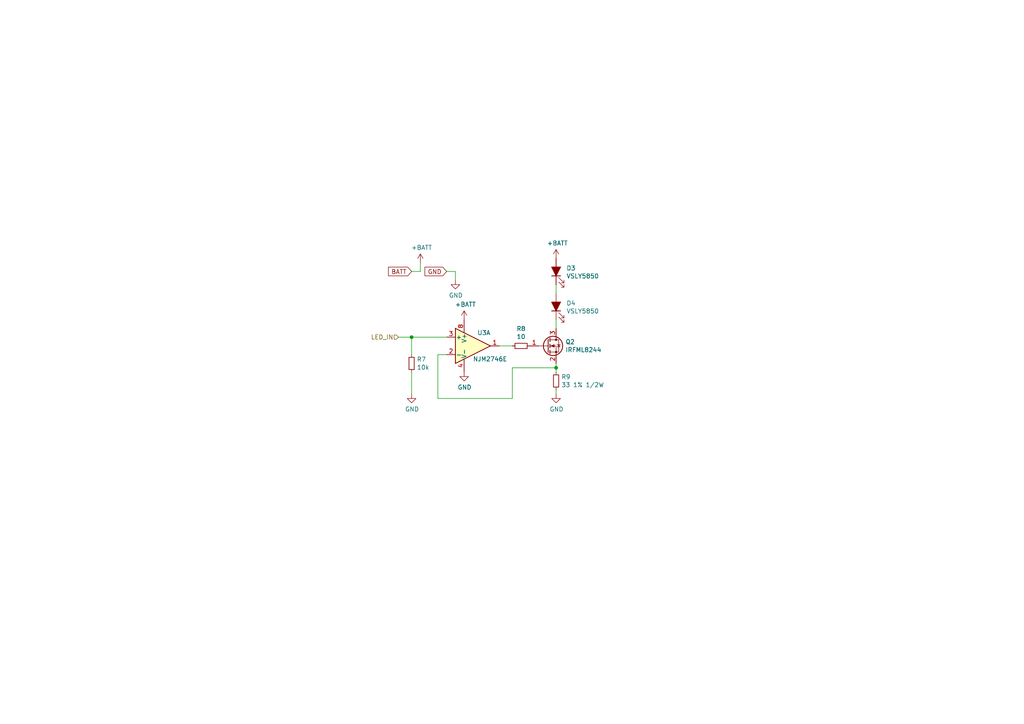
<source format=kicad_sch>
(kicad_sch (version 20211123) (generator eeschema)

  (uuid 74757d2e-5a44-49a5-a404-ce98fbbdf34f)

  (paper "A4")

  (lib_symbols
    (symbol "Device:LED_Filled" (pin_numbers hide) (pin_names (offset 1.016) hide) (in_bom yes) (on_board yes)
      (property "Reference" "D" (id 0) (at 0 2.54 0)
        (effects (font (size 1.27 1.27)))
      )
      (property "Value" "LED_Filled" (id 1) (at 0 -2.54 0)
        (effects (font (size 1.27 1.27)))
      )
      (property "Footprint" "" (id 2) (at 0 0 0)
        (effects (font (size 1.27 1.27)) hide)
      )
      (property "Datasheet" "~" (id 3) (at 0 0 0)
        (effects (font (size 1.27 1.27)) hide)
      )
      (property "ki_keywords" "LED diode" (id 4) (at 0 0 0)
        (effects (font (size 1.27 1.27)) hide)
      )
      (property "ki_description" "Light emitting diode, filled shape" (id 5) (at 0 0 0)
        (effects (font (size 1.27 1.27)) hide)
      )
      (property "ki_fp_filters" "LED* LED_SMD:* LED_THT:*" (id 6) (at 0 0 0)
        (effects (font (size 1.27 1.27)) hide)
      )
      (symbol "LED_Filled_0_1"
        (polyline
          (pts
            (xy -1.27 -1.27)
            (xy -1.27 1.27)
          )
          (stroke (width 0.254) (type default) (color 0 0 0 0))
          (fill (type none))
        )
        (polyline
          (pts
            (xy -1.27 0)
            (xy 1.27 0)
          )
          (stroke (width 0) (type default) (color 0 0 0 0))
          (fill (type none))
        )
        (polyline
          (pts
            (xy 1.27 -1.27)
            (xy 1.27 1.27)
            (xy -1.27 0)
            (xy 1.27 -1.27)
          )
          (stroke (width 0.254) (type default) (color 0 0 0 0))
          (fill (type outline))
        )
        (polyline
          (pts
            (xy -3.048 -0.762)
            (xy -4.572 -2.286)
            (xy -3.81 -2.286)
            (xy -4.572 -2.286)
            (xy -4.572 -1.524)
          )
          (stroke (width 0) (type default) (color 0 0 0 0))
          (fill (type none))
        )
        (polyline
          (pts
            (xy -1.778 -0.762)
            (xy -3.302 -2.286)
            (xy -2.54 -2.286)
            (xy -3.302 -2.286)
            (xy -3.302 -1.524)
          )
          (stroke (width 0) (type default) (color 0 0 0 0))
          (fill (type none))
        )
      )
      (symbol "LED_Filled_1_1"
        (pin passive line (at -3.81 0 0) (length 2.54)
          (name "K" (effects (font (size 1.27 1.27))))
          (number "1" (effects (font (size 1.27 1.27))))
        )
        (pin passive line (at 3.81 0 180) (length 2.54)
          (name "A" (effects (font (size 1.27 1.27))))
          (number "2" (effects (font (size 1.27 1.27))))
        )
      )
    )
    (symbol "Device:Q_NMOS_GSD" (pin_names (offset 0) hide) (in_bom yes) (on_board yes)
      (property "Reference" "Q" (id 0) (at 5.08 1.27 0)
        (effects (font (size 1.27 1.27)) (justify left))
      )
      (property "Value" "Q_NMOS_GSD" (id 1) (at 5.08 -1.27 0)
        (effects (font (size 1.27 1.27)) (justify left))
      )
      (property "Footprint" "" (id 2) (at 5.08 2.54 0)
        (effects (font (size 1.27 1.27)) hide)
      )
      (property "Datasheet" "~" (id 3) (at 0 0 0)
        (effects (font (size 1.27 1.27)) hide)
      )
      (property "ki_keywords" "transistor NMOS N-MOS N-MOSFET" (id 4) (at 0 0 0)
        (effects (font (size 1.27 1.27)) hide)
      )
      (property "ki_description" "N-MOSFET transistor, gate/source/drain" (id 5) (at 0 0 0)
        (effects (font (size 1.27 1.27)) hide)
      )
      (symbol "Q_NMOS_GSD_0_1"
        (polyline
          (pts
            (xy 0.254 0)
            (xy -2.54 0)
          )
          (stroke (width 0) (type default) (color 0 0 0 0))
          (fill (type none))
        )
        (polyline
          (pts
            (xy 0.254 1.905)
            (xy 0.254 -1.905)
          )
          (stroke (width 0.254) (type default) (color 0 0 0 0))
          (fill (type none))
        )
        (polyline
          (pts
            (xy 0.762 -1.27)
            (xy 0.762 -2.286)
          )
          (stroke (width 0.254) (type default) (color 0 0 0 0))
          (fill (type none))
        )
        (polyline
          (pts
            (xy 0.762 0.508)
            (xy 0.762 -0.508)
          )
          (stroke (width 0.254) (type default) (color 0 0 0 0))
          (fill (type none))
        )
        (polyline
          (pts
            (xy 0.762 2.286)
            (xy 0.762 1.27)
          )
          (stroke (width 0.254) (type default) (color 0 0 0 0))
          (fill (type none))
        )
        (polyline
          (pts
            (xy 2.54 2.54)
            (xy 2.54 1.778)
          )
          (stroke (width 0) (type default) (color 0 0 0 0))
          (fill (type none))
        )
        (polyline
          (pts
            (xy 2.54 -2.54)
            (xy 2.54 0)
            (xy 0.762 0)
          )
          (stroke (width 0) (type default) (color 0 0 0 0))
          (fill (type none))
        )
        (polyline
          (pts
            (xy 0.762 -1.778)
            (xy 3.302 -1.778)
            (xy 3.302 1.778)
            (xy 0.762 1.778)
          )
          (stroke (width 0) (type default) (color 0 0 0 0))
          (fill (type none))
        )
        (polyline
          (pts
            (xy 1.016 0)
            (xy 2.032 0.381)
            (xy 2.032 -0.381)
            (xy 1.016 0)
          )
          (stroke (width 0) (type default) (color 0 0 0 0))
          (fill (type outline))
        )
        (polyline
          (pts
            (xy 2.794 0.508)
            (xy 2.921 0.381)
            (xy 3.683 0.381)
            (xy 3.81 0.254)
          )
          (stroke (width 0) (type default) (color 0 0 0 0))
          (fill (type none))
        )
        (polyline
          (pts
            (xy 3.302 0.381)
            (xy 2.921 -0.254)
            (xy 3.683 -0.254)
            (xy 3.302 0.381)
          )
          (stroke (width 0) (type default) (color 0 0 0 0))
          (fill (type none))
        )
        (circle (center 1.651 0) (radius 2.794)
          (stroke (width 0.254) (type default) (color 0 0 0 0))
          (fill (type none))
        )
        (circle (center 2.54 -1.778) (radius 0.254)
          (stroke (width 0) (type default) (color 0 0 0 0))
          (fill (type outline))
        )
        (circle (center 2.54 1.778) (radius 0.254)
          (stroke (width 0) (type default) (color 0 0 0 0))
          (fill (type outline))
        )
      )
      (symbol "Q_NMOS_GSD_1_1"
        (pin input line (at -5.08 0 0) (length 2.54)
          (name "G" (effects (font (size 1.27 1.27))))
          (number "1" (effects (font (size 1.27 1.27))))
        )
        (pin passive line (at 2.54 -5.08 90) (length 2.54)
          (name "S" (effects (font (size 1.27 1.27))))
          (number "2" (effects (font (size 1.27 1.27))))
        )
        (pin passive line (at 2.54 5.08 270) (length 2.54)
          (name "D" (effects (font (size 1.27 1.27))))
          (number "3" (effects (font (size 1.27 1.27))))
        )
      )
    )
    (symbol "Device:R_Small" (pin_numbers hide) (pin_names (offset 0.254) hide) (in_bom yes) (on_board yes)
      (property "Reference" "R" (id 0) (at 0.762 0.508 0)
        (effects (font (size 1.27 1.27)) (justify left))
      )
      (property "Value" "R_Small" (id 1) (at 0.762 -1.016 0)
        (effects (font (size 1.27 1.27)) (justify left))
      )
      (property "Footprint" "" (id 2) (at 0 0 0)
        (effects (font (size 1.27 1.27)) hide)
      )
      (property "Datasheet" "~" (id 3) (at 0 0 0)
        (effects (font (size 1.27 1.27)) hide)
      )
      (property "ki_keywords" "R resistor" (id 4) (at 0 0 0)
        (effects (font (size 1.27 1.27)) hide)
      )
      (property "ki_description" "Resistor, small symbol" (id 5) (at 0 0 0)
        (effects (font (size 1.27 1.27)) hide)
      )
      (property "ki_fp_filters" "R_*" (id 6) (at 0 0 0)
        (effects (font (size 1.27 1.27)) hide)
      )
      (symbol "R_Small_0_1"
        (rectangle (start -0.762 1.778) (end 0.762 -1.778)
          (stroke (width 0.2032) (type default) (color 0 0 0 0))
          (fill (type none))
        )
      )
      (symbol "R_Small_1_1"
        (pin passive line (at 0 2.54 270) (length 0.762)
          (name "~" (effects (font (size 1.27 1.27))))
          (number "1" (effects (font (size 1.27 1.27))))
        )
        (pin passive line (at 0 -2.54 90) (length 0.762)
          (name "~" (effects (font (size 1.27 1.27))))
          (number "2" (effects (font (size 1.27 1.27))))
        )
      )
    )
    (symbol "MicroNaos:NJM2746E" (pin_names (offset 0.127)) (in_bom yes) (on_board yes)
      (property "Reference" "U" (id 0) (at 0 5.08 0)
        (effects (font (size 1.27 1.27)) (justify left))
      )
      (property "Value" "NJM2746E" (id 1) (at 0 -5.08 0)
        (effects (font (size 1.27 1.27)) (justify left))
      )
      (property "Footprint" "" (id 2) (at 0 12.7 0)
        (effects (font (size 1.27 1.27)) hide)
      )
      (property "Datasheet" "" (id 3) (at 0 5.08 0)
        (effects (font (size 1.27 1.27)) hide)
      )
      (symbol "NJM2746E_0_1"
        (polyline
          (pts
            (xy -5.08 5.08)
            (xy 5.08 0)
            (xy -5.08 -5.08)
            (xy -5.08 5.08)
          )
          (stroke (width 0.254) (type default) (color 0 0 0 0))
          (fill (type background))
        )
        (pin power_in line (at -2.54 -7.62 90) (length 3.81)
          (name "V-" (effects (font (size 1.27 1.27))))
          (number "4" (effects (font (size 1.27 1.27))))
        )
        (pin power_in line (at -2.54 7.62 270) (length 3.81)
          (name "V+" (effects (font (size 1.27 1.27))))
          (number "8" (effects (font (size 1.27 1.27))))
        )
      )
      (symbol "NJM2746E_1_1"
        (pin output line (at 7.62 0 180) (length 2.54)
          (name "~" (effects (font (size 1.27 1.27))))
          (number "1" (effects (font (size 1.27 1.27))))
        )
        (pin input line (at -7.62 -2.54 0) (length 2.54)
          (name "-" (effects (font (size 1.27 1.27))))
          (number "2" (effects (font (size 1.27 1.27))))
        )
        (pin input line (at -7.62 2.54 0) (length 2.54)
          (name "+" (effects (font (size 1.27 1.27))))
          (number "3" (effects (font (size 1.27 1.27))))
        )
      )
      (symbol "NJM2746E_2_1"
        (pin input line (at -7.62 2.54 0) (length 2.54)
          (name "+" (effects (font (size 1.27 1.27))))
          (number "5" (effects (font (size 1.27 1.27))))
        )
        (pin input line (at -7.62 -2.54 0) (length 2.54)
          (name "-" (effects (font (size 1.27 1.27))))
          (number "6" (effects (font (size 1.27 1.27))))
        )
        (pin output line (at 7.62 0 180) (length 2.54)
          (name "~" (effects (font (size 1.27 1.27))))
          (number "7" (effects (font (size 1.27 1.27))))
        )
      )
    )
    (symbol "power:+BATT" (power) (pin_names (offset 0)) (in_bom yes) (on_board yes)
      (property "Reference" "#PWR" (id 0) (at 0 -3.81 0)
        (effects (font (size 1.27 1.27)) hide)
      )
      (property "Value" "+BATT" (id 1) (at 0 3.556 0)
        (effects (font (size 1.27 1.27)))
      )
      (property "Footprint" "" (id 2) (at 0 0 0)
        (effects (font (size 1.27 1.27)) hide)
      )
      (property "Datasheet" "" (id 3) (at 0 0 0)
        (effects (font (size 1.27 1.27)) hide)
      )
      (property "ki_keywords" "power-flag battery" (id 4) (at 0 0 0)
        (effects (font (size 1.27 1.27)) hide)
      )
      (property "ki_description" "Power symbol creates a global label with name \"+BATT\"" (id 5) (at 0 0 0)
        (effects (font (size 1.27 1.27)) hide)
      )
      (symbol "+BATT_0_1"
        (polyline
          (pts
            (xy -0.762 1.27)
            (xy 0 2.54)
          )
          (stroke (width 0) (type default) (color 0 0 0 0))
          (fill (type none))
        )
        (polyline
          (pts
            (xy 0 0)
            (xy 0 2.54)
          )
          (stroke (width 0) (type default) (color 0 0 0 0))
          (fill (type none))
        )
        (polyline
          (pts
            (xy 0 2.54)
            (xy 0.762 1.27)
          )
          (stroke (width 0) (type default) (color 0 0 0 0))
          (fill (type none))
        )
      )
      (symbol "+BATT_1_1"
        (pin power_in line (at 0 0 90) (length 0) hide
          (name "+BATT" (effects (font (size 1.27 1.27))))
          (number "1" (effects (font (size 1.27 1.27))))
        )
      )
    )
    (symbol "power:GND" (power) (pin_names (offset 0)) (in_bom yes) (on_board yes)
      (property "Reference" "#PWR" (id 0) (at 0 -6.35 0)
        (effects (font (size 1.27 1.27)) hide)
      )
      (property "Value" "GND" (id 1) (at 0 -3.81 0)
        (effects (font (size 1.27 1.27)))
      )
      (property "Footprint" "" (id 2) (at 0 0 0)
        (effects (font (size 1.27 1.27)) hide)
      )
      (property "Datasheet" "" (id 3) (at 0 0 0)
        (effects (font (size 1.27 1.27)) hide)
      )
      (property "ki_keywords" "power-flag" (id 4) (at 0 0 0)
        (effects (font (size 1.27 1.27)) hide)
      )
      (property "ki_description" "Power symbol creates a global label with name \"GND\" , ground" (id 5) (at 0 0 0)
        (effects (font (size 1.27 1.27)) hide)
      )
      (symbol "GND_0_1"
        (polyline
          (pts
            (xy 0 0)
            (xy 0 -1.27)
            (xy 1.27 -1.27)
            (xy 0 -2.54)
            (xy -1.27 -1.27)
            (xy 0 -1.27)
          )
          (stroke (width 0) (type default) (color 0 0 0 0))
          (fill (type none))
        )
      )
      (symbol "GND_1_1"
        (pin power_in line (at 0 0 270) (length 0) hide
          (name "GND" (effects (font (size 1.27 1.27))))
          (number "1" (effects (font (size 1.27 1.27))))
        )
      )
    )
  )

  (junction (at 119.38 97.79) (diameter 0) (color 0 0 0 0)
    (uuid 7883d86a-e514-495c-99f1-3723ff9a0f72)
  )
  (junction (at 161.29 106.68) (diameter 0) (color 0 0 0 0)
    (uuid d7518d78-f1eb-49a9-bce7-3376a2e61a06)
  )

  (wire (pts (xy 161.29 106.68) (xy 148.59 106.68))
    (stroke (width 0) (type default) (color 0 0 0 0))
    (uuid 02760a96-b9fe-4b59-8137-c2043188328d)
  )
  (wire (pts (xy 161.29 106.68) (xy 161.29 107.95))
    (stroke (width 0) (type default) (color 0 0 0 0))
    (uuid 0c0188c3-629f-408f-bf01-fb1abf11ae15)
  )
  (wire (pts (xy 161.29 95.25) (xy 161.29 92.71))
    (stroke (width 0) (type default) (color 0 0 0 0))
    (uuid 242c8d28-ee29-4c5f-aa67-a308e15f70d7)
  )
  (wire (pts (xy 119.38 97.79) (xy 129.54 97.79))
    (stroke (width 0) (type default) (color 0 0 0 0))
    (uuid 32b39d58-8570-45f0-a9e0-6116ccbf0afd)
  )
  (wire (pts (xy 148.59 106.68) (xy 148.59 115.57))
    (stroke (width 0) (type default) (color 0 0 0 0))
    (uuid 4aa7ab0e-7982-4497-a12e-7a8724fc9b60)
  )
  (wire (pts (xy 119.38 78.74) (xy 121.92 78.74))
    (stroke (width 0) (type default) (color 0 0 0 0))
    (uuid 5e2849fe-da27-4b1d-b9d0-2db27f24166c)
  )
  (wire (pts (xy 148.59 115.57) (xy 127 115.57))
    (stroke (width 0) (type default) (color 0 0 0 0))
    (uuid 6edc4fd2-dc79-401d-9be6-e9a418d12122)
  )
  (wire (pts (xy 161.29 114.3) (xy 161.29 113.03))
    (stroke (width 0) (type default) (color 0 0 0 0))
    (uuid 6efb9bb0-2a88-48af-9b51-133e556f8781)
  )
  (wire (pts (xy 161.29 85.09) (xy 161.29 82.55))
    (stroke (width 0) (type default) (color 0 0 0 0))
    (uuid 738e93a3-6bbe-41f9-9ead-6f59fbb9ebb0)
  )
  (wire (pts (xy 127 102.87) (xy 129.54 102.87))
    (stroke (width 0) (type default) (color 0 0 0 0))
    (uuid 7622deca-da83-4c4c-bd2b-3ca15f61b514)
  )
  (wire (pts (xy 119.38 102.87) (xy 119.38 97.79))
    (stroke (width 0) (type default) (color 0 0 0 0))
    (uuid 79b93ed6-a1fe-4a1f-9129-15cf64995520)
  )
  (wire (pts (xy 119.38 114.3) (xy 119.38 107.95))
    (stroke (width 0) (type default) (color 0 0 0 0))
    (uuid 9194eee6-1fa4-43b3-921b-49dc9018c684)
  )
  (wire (pts (xy 129.54 78.74) (xy 132.08 78.74))
    (stroke (width 0) (type default) (color 0 0 0 0))
    (uuid aefc3564-4c44-43e9-ad9a-bc06fadd547f)
  )
  (wire (pts (xy 127 115.57) (xy 127 102.87))
    (stroke (width 0) (type default) (color 0 0 0 0))
    (uuid b247c019-6700-409c-aa4b-3a97e356dbc1)
  )
  (wire (pts (xy 132.08 78.74) (xy 132.08 81.28))
    (stroke (width 0) (type default) (color 0 0 0 0))
    (uuid c5658fb2-7aea-4307-a752-5c02ccb9376a)
  )
  (wire (pts (xy 144.78 100.33) (xy 148.59 100.33))
    (stroke (width 0) (type default) (color 0 0 0 0))
    (uuid cc591b72-8c14-4385-954d-b154aad7b4c1)
  )
  (wire (pts (xy 161.29 105.41) (xy 161.29 106.68))
    (stroke (width 0) (type default) (color 0 0 0 0))
    (uuid ce5e8e01-be14-40d0-b5ec-bfeb5564f889)
  )
  (wire (pts (xy 121.92 78.74) (xy 121.92 76.2))
    (stroke (width 0) (type default) (color 0 0 0 0))
    (uuid ebca7799-ecca-4d3c-9e8e-b0354a028e6a)
  )
  (wire (pts (xy 119.38 97.79) (xy 115.57 97.79))
    (stroke (width 0) (type default) (color 0 0 0 0))
    (uuid fe7e1c86-6386-45e8-9ce8-e020cf4aeec9)
  )

  (global_label "GND" (shape input) (at 129.54 78.74 180) (fields_autoplaced)
    (effects (font (size 1.27 1.27)) (justify right))
    (uuid 481c31ad-a476-4005-bcbd-cc9aae29433d)
    (property "Intersheet References" "${INTERSHEET_REFS}" (id 0) (at 0 0 0)
      (effects (font (size 1.27 1.27)) hide)
    )
  )
  (global_label "BATT" (shape input) (at 119.38 78.74 180) (fields_autoplaced)
    (effects (font (size 1.27 1.27)) (justify right))
    (uuid f6bce897-835b-4e7c-963f-69077d45eba9)
    (property "Intersheet References" "${INTERSHEET_REFS}" (id 0) (at 0 0 0)
      (effects (font (size 1.27 1.27)) hide)
    )
  )

  (hierarchical_label "LED_IN" (shape input) (at 115.57 97.79 180)
    (effects (font (size 1.27 1.27)) (justify right))
    (uuid 41c1505c-c332-4efc-9430-2591cc6d363b)
  )

  (symbol (lib_id "MicroNaos:NJM2746E") (at 137.16 100.33 0) (unit 1)
    (in_bom yes) (on_board yes)
    (uuid 00000000-0000-0000-0000-00005c893e78)
    (property "Reference" "U3" (id 0) (at 138.43 96.52 0)
      (effects (font (size 1.27 1.27)) (justify left))
    )
    (property "Value" "NJM2746E" (id 1) (at 137.16 104.14 0)
      (effects (font (size 1.27 1.27)) (justify left))
    )
    (property "Footprint" "Package_SO:SOIC-8_3.9x4.9mm_P1.27mm" (id 2) (at 137.16 87.63 0)
      (effects (font (size 1.27 1.27)) hide)
    )
    (property "Datasheet" "http://www.analog.com/media/en/technical-documentation/data-sheets/AD8603_8607_8609.pdf" (id 3) (at 137.16 95.25 0)
      (effects (font (size 1.27 1.27)) hide)
    )
    (pin "4" (uuid b3446e02-bbf9-48e1-ba03-60f58561cb8e))
    (pin "8" (uuid 64c267c7-657b-4591-9b85-edc269226416))
    (pin "1" (uuid 0691e38d-5d6c-4eca-9d51-54c0d8a5b642))
    (pin "2" (uuid 4f0c216e-cb2d-4c79-a8f6-5ff58a51d9a5))
    (pin "3" (uuid 144e7452-1c9f-45c4-b850-aa207e35d747))
    (pin "5" (uuid bc0b29d2-cd52-4f18-bab2-925c73ef60e6))
    (pin "6" (uuid 20425933-d091-475f-93dc-28cb8ff6b1e6))
    (pin "7" (uuid a564838a-89ee-48a4-97d4-9198cf9c5581))
  )

  (symbol (lib_id "Device:R_Small") (at 151.13 100.33 270) (unit 1)
    (in_bom yes) (on_board yes)
    (uuid 00000000-0000-0000-0000-00005c8edac1)
    (property "Reference" "R8" (id 0) (at 151.13 95.3516 90))
    (property "Value" "10" (id 1) (at 151.13 97.663 90))
    (property "Footprint" "Resistor_SMD:R_0603_1608Metric_Pad1.05x0.95mm_HandSolder" (id 2) (at 151.13 100.33 0)
      (effects (font (size 1.27 1.27)) hide)
    )
    (property "Datasheet" "~" (id 3) (at 151.13 100.33 0)
      (effects (font (size 1.27 1.27)) hide)
    )
    (pin "1" (uuid 643cc2c9-1f8f-4c79-8116-a7f5c23d698a))
    (pin "2" (uuid 1aaecef9-e4be-4411-8e21-6b4f20aff164))
  )

  (symbol (lib_id "Device:Q_NMOS_GSD") (at 158.75 100.33 0) (unit 1)
    (in_bom yes) (on_board yes)
    (uuid 00000000-0000-0000-0000-00005c8edac9)
    (property "Reference" "Q2" (id 0) (at 163.9824 99.1616 0)
      (effects (font (size 1.27 1.27)) (justify left))
    )
    (property "Value" "IRFML8244" (id 1) (at 163.9824 101.473 0)
      (effects (font (size 1.27 1.27)) (justify left))
    )
    (property "Footprint" "Package_TO_SOT_SMD:SOT-23" (id 2) (at 163.83 97.79 0)
      (effects (font (size 1.27 1.27)) hide)
    )
    (property "Datasheet" "~" (id 3) (at 158.75 100.33 0)
      (effects (font (size 1.27 1.27)) hide)
    )
    (pin "1" (uuid 12dd0774-3e8e-4449-9cf5-0c94b02e76a5))
    (pin "2" (uuid bb83ab17-024f-4fa6-a59f-4d27123da726))
    (pin "3" (uuid b367c1c5-70b9-4c0c-95a6-5d7c3e973287))
  )

  (symbol (lib_id "Device:LED_Filled") (at 161.29 88.9 90) (unit 1)
    (in_bom yes) (on_board yes)
    (uuid 00000000-0000-0000-0000-00005c8edad0)
    (property "Reference" "D4" (id 0) (at 164.2618 87.9348 90)
      (effects (font (size 1.27 1.27)) (justify right))
    )
    (property "Value" "VSLY5850" (id 1) (at 164.2618 90.2462 90)
      (effects (font (size 1.27 1.27)) (justify right))
    )
    (property "Footprint" "Micromouse:LED_D5.0mm_Sensor" (id 2) (at 161.29 88.9 0)
      (effects (font (size 1.27 1.27)) hide)
    )
    (property "Datasheet" "~" (id 3) (at 161.29 88.9 0)
      (effects (font (size 1.27 1.27)) hide)
    )
    (pin "1" (uuid 7c8e1404-b0c0-403f-907a-f611178118af))
    (pin "2" (uuid fc3d6b56-76dc-47ad-a7ad-8e00d9e371e2))
  )

  (symbol (lib_id "Device:LED_Filled") (at 161.29 78.74 90) (unit 1)
    (in_bom yes) (on_board yes)
    (uuid 00000000-0000-0000-0000-00005c8edad7)
    (property "Reference" "D3" (id 0) (at 164.2618 77.7748 90)
      (effects (font (size 1.27 1.27)) (justify right))
    )
    (property "Value" "VSLY5850" (id 1) (at 164.2618 80.0862 90)
      (effects (font (size 1.27 1.27)) (justify right))
    )
    (property "Footprint" "Micromouse:LED_D5.0mm_Sensor" (id 2) (at 161.29 78.74 0)
      (effects (font (size 1.27 1.27)) hide)
    )
    (property "Datasheet" "~" (id 3) (at 161.29 78.74 0)
      (effects (font (size 1.27 1.27)) hide)
    )
    (pin "1" (uuid a17b6a2e-1201-4991-b679-26114dbe691e))
    (pin "2" (uuid 0de7319b-7d9d-44fc-b284-88706084a52f))
  )

  (symbol (lib_id "power:+BATT") (at 161.29 74.93 0) (unit 1)
    (in_bom yes) (on_board yes)
    (uuid 00000000-0000-0000-0000-00005c8edade)
    (property "Reference" "#PWR019" (id 0) (at 161.29 78.74 0)
      (effects (font (size 1.27 1.27)) hide)
    )
    (property "Value" "+BATT" (id 1) (at 161.671 70.5358 0))
    (property "Footprint" "" (id 2) (at 161.29 74.93 0)
      (effects (font (size 1.27 1.27)) hide)
    )
    (property "Datasheet" "" (id 3) (at 161.29 74.93 0)
      (effects (font (size 1.27 1.27)) hide)
    )
    (pin "1" (uuid c4304312-8ba4-4ed0-a52a-f6a1256c981c))
  )

  (symbol (lib_id "Device:R_Small") (at 161.29 110.49 0) (unit 1)
    (in_bom yes) (on_board yes)
    (uuid 00000000-0000-0000-0000-00005c8edae6)
    (property "Reference" "R9" (id 0) (at 162.7886 109.3216 0)
      (effects (font (size 1.27 1.27)) (justify left))
    )
    (property "Value" "33 1% 1/2W" (id 1) (at 162.7886 111.633 0)
      (effects (font (size 1.27 1.27)) (justify left))
    )
    (property "Footprint" "Resistor_SMD:R_1206_3216Metric_Pad1.42x1.75mm_HandSolder" (id 2) (at 161.29 110.49 0)
      (effects (font (size 1.27 1.27)) hide)
    )
    (property "Datasheet" "~" (id 3) (at 161.29 110.49 0)
      (effects (font (size 1.27 1.27)) hide)
    )
    (pin "1" (uuid 4fc0a1ee-d6a9-42b2-8ecc-6b7e3d3fc6d9))
    (pin "2" (uuid c604b1d8-afe8-4b4a-a239-26a9a619ce9e))
  )

  (symbol (lib_id "power:GND") (at 161.29 114.3 0) (unit 1)
    (in_bom yes) (on_board yes)
    (uuid 00000000-0000-0000-0000-00005c8edaed)
    (property "Reference" "#PWR020" (id 0) (at 161.29 120.65 0)
      (effects (font (size 1.27 1.27)) hide)
    )
    (property "Value" "GND" (id 1) (at 161.417 118.6942 0))
    (property "Footprint" "" (id 2) (at 161.29 114.3 0)
      (effects (font (size 1.27 1.27)) hide)
    )
    (property "Datasheet" "" (id 3) (at 161.29 114.3 0)
      (effects (font (size 1.27 1.27)) hide)
    )
    (pin "1" (uuid 138d62b6-d825-415e-85db-a7610f8e2fee))
  )

  (symbol (lib_id "power:+BATT") (at 134.62 92.71 0) (unit 1)
    (in_bom yes) (on_board yes)
    (uuid 00000000-0000-0000-0000-00005c8edaf9)
    (property "Reference" "#PWR017" (id 0) (at 134.62 96.52 0)
      (effects (font (size 1.27 1.27)) hide)
    )
    (property "Value" "+BATT" (id 1) (at 135.001 88.3158 0))
    (property "Footprint" "" (id 2) (at 134.62 92.71 0)
      (effects (font (size 1.27 1.27)) hide)
    )
    (property "Datasheet" "" (id 3) (at 134.62 92.71 0)
      (effects (font (size 1.27 1.27)) hide)
    )
    (pin "1" (uuid 7eb090a5-39b8-4890-bcbb-9ea12abe86bf))
  )

  (symbol (lib_id "power:GND") (at 119.38 114.3 0) (unit 1)
    (in_bom yes) (on_board yes)
    (uuid 00000000-0000-0000-0000-00005c8edaff)
    (property "Reference" "#PWR014" (id 0) (at 119.38 120.65 0)
      (effects (font (size 1.27 1.27)) hide)
    )
    (property "Value" "GND" (id 1) (at 119.507 118.6942 0))
    (property "Footprint" "" (id 2) (at 119.38 114.3 0)
      (effects (font (size 1.27 1.27)) hide)
    )
    (property "Datasheet" "" (id 3) (at 119.38 114.3 0)
      (effects (font (size 1.27 1.27)) hide)
    )
    (pin "1" (uuid e44f91c6-d97b-40e3-86f7-0a5ac22afc85))
  )

  (symbol (lib_id "Device:R_Small") (at 119.38 105.41 180) (unit 1)
    (in_bom yes) (on_board yes)
    (uuid 00000000-0000-0000-0000-00005c8edb05)
    (property "Reference" "R7" (id 0) (at 120.8786 104.2416 0)
      (effects (font (size 1.27 1.27)) (justify right))
    )
    (property "Value" "10k" (id 1) (at 120.8786 106.553 0)
      (effects (font (size 1.27 1.27)) (justify right))
    )
    (property "Footprint" "Resistor_SMD:R_0603_1608Metric_Pad1.05x0.95mm_HandSolder" (id 2) (at 119.38 105.41 0)
      (effects (font (size 1.27 1.27)) hide)
    )
    (property "Datasheet" "~" (id 3) (at 119.38 105.41 0)
      (effects (font (size 1.27 1.27)) hide)
    )
    (pin "1" (uuid 3c95d7c2-92c0-45fb-bf33-0a98bc833bcf))
    (pin "2" (uuid 349524f0-a21e-48ea-84f6-e3f0475ca6c6))
  )

  (symbol (lib_id "power:GND") (at 134.62 107.95 0) (unit 1)
    (in_bom yes) (on_board yes)
    (uuid 00000000-0000-0000-0000-00005c8edb0f)
    (property "Reference" "#PWR018" (id 0) (at 134.62 114.3 0)
      (effects (font (size 1.27 1.27)) hide)
    )
    (property "Value" "GND" (id 1) (at 134.747 112.3442 0))
    (property "Footprint" "" (id 2) (at 134.62 107.95 0)
      (effects (font (size 1.27 1.27)) hide)
    )
    (property "Datasheet" "" (id 3) (at 134.62 107.95 0)
      (effects (font (size 1.27 1.27)) hide)
    )
    (pin "1" (uuid e48ec6d7-dbfd-4133-953e-c49585c12a4a))
  )

  (symbol (lib_id "power:+BATT") (at 121.92 76.2 0) (unit 1)
    (in_bom yes) (on_board yes)
    (uuid 00000000-0000-0000-0000-00005c8edb1c)
    (property "Reference" "#PWR015" (id 0) (at 121.92 80.01 0)
      (effects (font (size 1.27 1.27)) hide)
    )
    (property "Value" "+BATT" (id 1) (at 122.301 71.8058 0))
    (property "Footprint" "" (id 2) (at 121.92 76.2 0)
      (effects (font (size 1.27 1.27)) hide)
    )
    (property "Datasheet" "" (id 3) (at 121.92 76.2 0)
      (effects (font (size 1.27 1.27)) hide)
    )
    (pin "1" (uuid 8733dfca-90ca-4256-92e3-7bf5f72e0353))
  )

  (symbol (lib_id "power:GND") (at 132.08 81.28 0) (unit 1)
    (in_bom yes) (on_board yes)
    (uuid 00000000-0000-0000-0000-00005c8edb25)
    (property "Reference" "#PWR016" (id 0) (at 132.08 87.63 0)
      (effects (font (size 1.27 1.27)) hide)
    )
    (property "Value" "GND" (id 1) (at 132.207 85.6742 0))
    (property "Footprint" "" (id 2) (at 132.08 81.28 0)
      (effects (font (size 1.27 1.27)) hide)
    )
    (property "Datasheet" "" (id 3) (at 132.08 81.28 0)
      (effects (font (size 1.27 1.27)) hide)
    )
    (pin "1" (uuid e65b1c34-ba4b-41ce-834e-b9b6fc997dda))
  )
)

</source>
